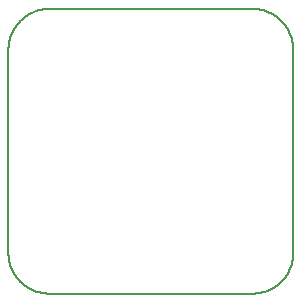
<source format=gm1>
G04 MADE WITH FRITZING*
G04 WWW.FRITZING.ORG*
G04 DOUBLE SIDED*
G04 HOLES PLATED*
G04 CONTOUR ON CENTER OF CONTOUR VECTOR*
%ASAXBY*%
%FSLAX23Y23*%
%MOIN*%
%OFA0B0*%
%SFA1.0B1.0*%
%ADD10C,0.008*%
%LNCONTOUR*%
G90*
G70*
G54D10*
X223Y1047D02*
X224Y1047D01*
X225Y1047D01*
X226Y1047D01*
X227Y1047D01*
X228Y1047D01*
X229Y1047D01*
X230Y1047D01*
X231Y1047D01*
X232Y1047D01*
X233Y1047D01*
X234Y1047D01*
X235Y1047D01*
X236Y1047D01*
X237Y1047D01*
X238Y1047D01*
X239Y1047D01*
X240Y1047D01*
X241Y1047D01*
X242Y1047D01*
X243Y1047D01*
X244Y1047D01*
X245Y1047D01*
X246Y1047D01*
X247Y1047D01*
X248Y1047D01*
X249Y1047D01*
X250Y1047D01*
X251Y1047D01*
X252Y1047D01*
X253Y1047D01*
X254Y1047D01*
X255Y1047D01*
X256Y1047D01*
X257Y1047D01*
X258Y1047D01*
X259Y1047D01*
X260Y1047D01*
X261Y1047D01*
X262Y1047D01*
X263Y1047D01*
X264Y1047D01*
X265Y1047D01*
X266Y1047D01*
X267Y1047D01*
X268Y1047D01*
X269Y1047D01*
X270Y1047D01*
X271Y1047D01*
X272Y1047D01*
X273Y1047D01*
X274Y1047D01*
X275Y1047D01*
X276Y1047D01*
X277Y1047D01*
X278Y1047D01*
X279Y1047D01*
X280Y1047D01*
X281Y1047D01*
X282Y1047D01*
X283Y1047D01*
X284Y1047D01*
X285Y1047D01*
X286Y1047D01*
X287Y1047D01*
X288Y1047D01*
X289Y1047D01*
X290Y1047D01*
X291Y1047D01*
X292Y1047D01*
X293Y1047D01*
X294Y1047D01*
X295Y1047D01*
X296Y1047D01*
X297Y1047D01*
X298Y1047D01*
X299Y1047D01*
X300Y1047D01*
X301Y1047D01*
X302Y1047D01*
X303Y1047D01*
X304Y1047D01*
X305Y1047D01*
X306Y1047D01*
X307Y1047D01*
X308Y1047D01*
X309Y1047D01*
X310Y1047D01*
X311Y1047D01*
X312Y1047D01*
X313Y1047D01*
X314Y1047D01*
X315Y1047D01*
X316Y1047D01*
X317Y1047D01*
X318Y1047D01*
X319Y1047D01*
X320Y1047D01*
X321Y1047D01*
X322Y1047D01*
X323Y1047D01*
X324Y1047D01*
X325Y1047D01*
X326Y1047D01*
X327Y1047D01*
X328Y1047D01*
X329Y1047D01*
X330Y1047D01*
X331Y1047D01*
X332Y1047D01*
X333Y1047D01*
X334Y1047D01*
X335Y1047D01*
X336Y1047D01*
X337Y1047D01*
X338Y1047D01*
X339Y1047D01*
X340Y1047D01*
X341Y1047D01*
X342Y1047D01*
X343Y1047D01*
X344Y1047D01*
X345Y1047D01*
X346Y1047D01*
X347Y1047D01*
X348Y1047D01*
X349Y1047D01*
X350Y1047D01*
X351Y1047D01*
X352Y1047D01*
X353Y1047D01*
X354Y1047D01*
X355Y1047D01*
X356Y1047D01*
X357Y1047D01*
X358Y1047D01*
X359Y1047D01*
X360Y1047D01*
X361Y1047D01*
X362Y1047D01*
X363Y1047D01*
X364Y1047D01*
X365Y1047D01*
X366Y1047D01*
X367Y1047D01*
X368Y1047D01*
X369Y1047D01*
X370Y1047D01*
X371Y1047D01*
X372Y1047D01*
X373Y1047D01*
X374Y1047D01*
X375Y1047D01*
X376Y1047D01*
X377Y1047D01*
X378Y1047D01*
X379Y1047D01*
X380Y1047D01*
X381Y1047D01*
X382Y1047D01*
X383Y1047D01*
X384Y1047D01*
X385Y1047D01*
X386Y1047D01*
X387Y1047D01*
X388Y1047D01*
X389Y1047D01*
X390Y1047D01*
X391Y1047D01*
X392Y1047D01*
X393Y1047D01*
X394Y1047D01*
X395Y1047D01*
X396Y1047D01*
X397Y1047D01*
X398Y1047D01*
X399Y1047D01*
X400Y1047D01*
X401Y1047D01*
X402Y1047D01*
X403Y1047D01*
X404Y1047D01*
X405Y1047D01*
X406Y1047D01*
X407Y1047D01*
X408Y1047D01*
X409Y1047D01*
X410Y1047D01*
X411Y1047D01*
X412Y1047D01*
X413Y1047D01*
X414Y1047D01*
X415Y1047D01*
X416Y1047D01*
X417Y1047D01*
X418Y1047D01*
X419Y1047D01*
X420Y1047D01*
X421Y1047D01*
X422Y1047D01*
X423Y1047D01*
X424Y1047D01*
X425Y1047D01*
X426Y1047D01*
X427Y1047D01*
X428Y1047D01*
X429Y1047D01*
X430Y1047D01*
X431Y1047D01*
X432Y1047D01*
X433Y1047D01*
X434Y1047D01*
X435Y1047D01*
X436Y1047D01*
X437Y1047D01*
X438Y1047D01*
X439Y1047D01*
X440Y1047D01*
X441Y1047D01*
X442Y1047D01*
X443Y1047D01*
X444Y1047D01*
X445Y1047D01*
X446Y1047D01*
X447Y1047D01*
X448Y1047D01*
X449Y1047D01*
X450Y1047D01*
X451Y1047D01*
X452Y1047D01*
X453Y1047D01*
X454Y1047D01*
X455Y1047D01*
X456Y1047D01*
X457Y1047D01*
X458Y1047D01*
X459Y1047D01*
X460Y1047D01*
X461Y1047D01*
X462Y1047D01*
X463Y1047D01*
X464Y1047D01*
X465Y1047D01*
X466Y1047D01*
X467Y1047D01*
X468Y1047D01*
X469Y1047D01*
X470Y1047D01*
X471Y1047D01*
X472Y1047D01*
X473Y1047D01*
X474Y1047D01*
X475Y1047D01*
X476Y1047D01*
X477Y1047D01*
X478Y1047D01*
X479Y1047D01*
X480Y1047D01*
X481Y1047D01*
X482Y1047D01*
X483Y1047D01*
X484Y1047D01*
X485Y1047D01*
X486Y1047D01*
X487Y1047D01*
X488Y1047D01*
X489Y1047D01*
X490Y1047D01*
X491Y1047D01*
X492Y1047D01*
X493Y1047D01*
X494Y1047D01*
X495Y1047D01*
X496Y1047D01*
X497Y1047D01*
X498Y1047D01*
X499Y1047D01*
X500Y1047D01*
X501Y1047D01*
X502Y1047D01*
X503Y1047D01*
X504Y1047D01*
X505Y1047D01*
X506Y1047D01*
X507Y1047D01*
X508Y1047D01*
X509Y1047D01*
X510Y1047D01*
X511Y1047D01*
X512Y1047D01*
X513Y1047D01*
X514Y1047D01*
X515Y1047D01*
X516Y1047D01*
X517Y1047D01*
X518Y1047D01*
X519Y1047D01*
X520Y1047D01*
X521Y1047D01*
X522Y1047D01*
X523Y1047D01*
X524Y1047D01*
X525Y1047D01*
X526Y1047D01*
X527Y1047D01*
X528Y1047D01*
X529Y1047D01*
X530Y1047D01*
X531Y1047D01*
X532Y1047D01*
X533Y1047D01*
X534Y1047D01*
X535Y1047D01*
X536Y1047D01*
X537Y1047D01*
X538Y1047D01*
X539Y1047D01*
X540Y1047D01*
X541Y1047D01*
X542Y1047D01*
X543Y1047D01*
X544Y1047D01*
X545Y1047D01*
X546Y1047D01*
X547Y1047D01*
X548Y1047D01*
X549Y1047D01*
X550Y1047D01*
X551Y1047D01*
X552Y1047D01*
X553Y1047D01*
X554Y1047D01*
X555Y1047D01*
X556Y1047D01*
X557Y1047D01*
X558Y1047D01*
X559Y1047D01*
X560Y1047D01*
X561Y1047D01*
X562Y1047D01*
X563Y1047D01*
X564Y1047D01*
X565Y1047D01*
X566Y1047D01*
X567Y1047D01*
X568Y1047D01*
X569Y1047D01*
X570Y1047D01*
X571Y1047D01*
X572Y1047D01*
X573Y1047D01*
X574Y1047D01*
X575Y1047D01*
X576Y1047D01*
X577Y1047D01*
X578Y1047D01*
X579Y1047D01*
X580Y1047D01*
X581Y1047D01*
X582Y1047D01*
X583Y1047D01*
X584Y1047D01*
X585Y1047D01*
X586Y1047D01*
X587Y1047D01*
X588Y1047D01*
X589Y1047D01*
X590Y1047D01*
X591Y1047D01*
X592Y1047D01*
X593Y1047D01*
X594Y1047D01*
X595Y1047D01*
X596Y1047D01*
X597Y1047D01*
X598Y1047D01*
X599Y1047D01*
X600Y1047D01*
X601Y1047D01*
X602Y1047D01*
X603Y1047D01*
X604Y1047D01*
X605Y1047D01*
X606Y1047D01*
X607Y1047D01*
X608Y1047D01*
X609Y1047D01*
X610Y1047D01*
X611Y1047D01*
X612Y1047D01*
X613Y1047D01*
X614Y1047D01*
X615Y1047D01*
X616Y1047D01*
X617Y1047D01*
X618Y1047D01*
X619Y1047D01*
X620Y1047D01*
X621Y1047D01*
X622Y1047D01*
X623Y1047D01*
X624Y1047D01*
X625Y1047D01*
X626Y1047D01*
X627Y1047D01*
X628Y1047D01*
X629Y1047D01*
X630Y1047D01*
X631Y1047D01*
X632Y1047D01*
X633Y1047D01*
X634Y1047D01*
X635Y1047D01*
X636Y1047D01*
X637Y1047D01*
X638Y1047D01*
X639Y1047D01*
X640Y1047D01*
X641Y1047D01*
X642Y1047D01*
X643Y1047D01*
X644Y1047D01*
X645Y1047D01*
X646Y1047D01*
X647Y1047D01*
X648Y1047D01*
X649Y1047D01*
X650Y1047D01*
X651Y1047D01*
X652Y1047D01*
X653Y1047D01*
X654Y1047D01*
X655Y1047D01*
X656Y1047D01*
X657Y1047D01*
X658Y1047D01*
X659Y1047D01*
X660Y1047D01*
X661Y1047D01*
X662Y1047D01*
X663Y1047D01*
X664Y1047D01*
X665Y1047D01*
X666Y1047D01*
X667Y1047D01*
X668Y1047D01*
X669Y1047D01*
X670Y1047D01*
X671Y1047D01*
X672Y1047D01*
X673Y1047D01*
X674Y1047D01*
X675Y1047D01*
X676Y1047D01*
X677Y1047D01*
X678Y1047D01*
X679Y1047D01*
X680Y1047D01*
X681Y1047D01*
X682Y1047D01*
X683Y1047D01*
X684Y1047D01*
X685Y1047D01*
X686Y1047D01*
X687Y1047D01*
X688Y1047D01*
X689Y1047D01*
X690Y1047D01*
X691Y1047D01*
X692Y1047D01*
X693Y1047D01*
X694Y1047D01*
X695Y1047D01*
X696Y1047D01*
X697Y1047D01*
X698Y1047D01*
X699Y1047D01*
X700Y1047D01*
X701Y1047D01*
X702Y1047D01*
X703Y1047D01*
X704Y1047D01*
X705Y1047D01*
X706Y1047D01*
X707Y1047D01*
X708Y1047D01*
X709Y1047D01*
X710Y1047D01*
X711Y1047D01*
X712Y1047D01*
X713Y1047D01*
X714Y1047D01*
X715Y1047D01*
X716Y1047D01*
X717Y1047D01*
X718Y1047D01*
X719Y1047D01*
X720Y1047D01*
X721Y1047D01*
X722Y1047D01*
X723Y1047D01*
X724Y1047D01*
X725Y1047D01*
X726Y1047D01*
X727Y1047D01*
X728Y1047D01*
X729Y1047D01*
X730Y1047D01*
X731Y1047D01*
X732Y1047D01*
X733Y1047D01*
X734Y1047D01*
X735Y1047D01*
X736Y1047D01*
X737Y1047D01*
X738Y1047D01*
X739Y1047D01*
X740Y1047D01*
X741Y1047D01*
X742Y1047D01*
X743Y1047D01*
X744Y1047D01*
X745Y1047D01*
X746Y1047D01*
X747Y1047D01*
X748Y1047D01*
X749Y1047D01*
X750Y1047D01*
X751Y1047D01*
X752Y1047D01*
X753Y1047D01*
X754Y1047D01*
X755Y1047D01*
X756Y1047D01*
X757Y1047D01*
X758Y1047D01*
X759Y1047D01*
X760Y1047D01*
X761Y1047D01*
X762Y1047D01*
X763Y1047D01*
X764Y1047D01*
X765Y1047D01*
X766Y1047D01*
X767Y1047D01*
X768Y1047D01*
X769Y1047D01*
X770Y1047D01*
X771Y1047D01*
X772Y1047D01*
X773Y1047D01*
X774Y1047D01*
X775Y1047D01*
X776Y1047D01*
X777Y1047D01*
X778Y1047D01*
X779Y1047D01*
X780Y1047D01*
X781Y1047D01*
X782Y1047D01*
X783Y1047D01*
X784Y1047D01*
X785Y1047D01*
X786Y1047D01*
X787Y1047D01*
X788Y1047D01*
X789Y1047D01*
X790Y1047D01*
X791Y1047D01*
X792Y1047D01*
X793Y1047D01*
X794Y1047D01*
X795Y1047D01*
X796Y1047D01*
X797Y1047D01*
X798Y1047D01*
X799Y1047D01*
X800Y1047D01*
X801Y1047D01*
X802Y1047D01*
X803Y1047D01*
X804Y1047D01*
X805Y1047D01*
X806Y1047D01*
X807Y1047D01*
X808Y1047D01*
X809Y1047D01*
X810Y1047D01*
X811Y1047D01*
X812Y1047D01*
X813Y1047D01*
X814Y1047D01*
X815Y1047D01*
X816Y1047D01*
X817Y1047D01*
X818Y1047D01*
X819Y1047D01*
X820Y1047D01*
X821Y1047D01*
X822Y1047D01*
X823Y1047D01*
X824Y1047D01*
X825Y1047D01*
X826Y1047D01*
X827Y1047D01*
X828Y1047D01*
X829Y1047D01*
X830Y1047D01*
X831Y1047D01*
X832Y1047D01*
X833Y1047D01*
X834Y1047D01*
X835Y1047D01*
X836Y1047D01*
X837Y1047D01*
X838Y1047D01*
X839Y1047D01*
X840Y1047D01*
X841Y1047D01*
X842Y1047D01*
X843Y1047D01*
X844Y1047D01*
X845Y1047D01*
X846Y1047D01*
X847Y1047D01*
X848Y1047D01*
X849Y1047D01*
X850Y1047D01*
X851Y1047D01*
X852Y1047D01*
X853Y1047D01*
X854Y1047D01*
X855Y1047D01*
X856Y1047D01*
X857Y1047D01*
X858Y1047D01*
X859Y1047D01*
X860Y1047D01*
X861Y1047D01*
X862Y1047D01*
X863Y1047D01*
X864Y1047D01*
X865Y1047D01*
X866Y1047D01*
X867Y1047D01*
X868Y1047D01*
X869Y1047D01*
X870Y1047D01*
X871Y1047D01*
X872Y1047D01*
X873Y1047D01*
X874Y1047D01*
X875Y1047D01*
X876Y1047D01*
X877Y1047D01*
X878Y1047D01*
X879Y1047D01*
X880Y1047D01*
X881Y1047D01*
X882Y1047D01*
X883Y1047D01*
X884Y1047D01*
X885Y1047D01*
X886Y1047D01*
X887Y1047D01*
X888Y1047D01*
X889Y1047D01*
X890Y1047D01*
X891Y1047D01*
X892Y1047D01*
X893Y1047D01*
X894Y1047D01*
X895Y1047D01*
X896Y1047D01*
X897Y1047D01*
X898Y1047D01*
X899Y1047D01*
X900Y1047D01*
X901Y1047D01*
X902Y1047D01*
X903Y1047D01*
X904Y1047D01*
X905Y1047D01*
X906Y1047D01*
X907Y1047D01*
X908Y1047D01*
X909Y1047D01*
X910Y1047D01*
X911Y1047D01*
X912Y1047D01*
X913Y1047D01*
X914Y1047D01*
X915Y1047D01*
X916Y1047D01*
X917Y1047D01*
X918Y1046D01*
X919Y1046D01*
X920Y1046D01*
X921Y1046D01*
X922Y1046D01*
X923Y1046D01*
X924Y1046D01*
X925Y1046D01*
X926Y1046D01*
X927Y1046D01*
X928Y1045D01*
X929Y1045D01*
X930Y1045D01*
X931Y1045D01*
X932Y1045D01*
X933Y1045D01*
X934Y1044D01*
X935Y1044D01*
X936Y1044D01*
X937Y1044D01*
X938Y1044D01*
X939Y1043D01*
X940Y1043D01*
X941Y1043D01*
X942Y1043D01*
X943Y1042D01*
X944Y1042D01*
X945Y1042D01*
X946Y1041D01*
X947Y1041D01*
X948Y1041D01*
X949Y1041D01*
X950Y1040D01*
X951Y1040D01*
X952Y1040D01*
X953Y1039D01*
X954Y1039D01*
X955Y1039D01*
X956Y1038D01*
X957Y1038D01*
X958Y1037D01*
X959Y1037D01*
X960Y1037D01*
X961Y1036D01*
X962Y1036D01*
X963Y1035D01*
X964Y1035D01*
X965Y1034D01*
X966Y1034D01*
X967Y1033D01*
X968Y1033D01*
X969Y1032D01*
X970Y1032D01*
X971Y1031D01*
X972Y1031D01*
X973Y1030D01*
X974Y1030D01*
X975Y1029D01*
X976Y1029D01*
X977Y1028D01*
X978Y1028D01*
X979Y1027D01*
X980Y1026D01*
X981Y1026D01*
X982Y1025D01*
X983Y1024D01*
X984Y1024D01*
X985Y1023D01*
X986Y1022D01*
X987Y1022D01*
X988Y1021D01*
X989Y1020D01*
X990Y1020D01*
X991Y1019D01*
X992Y1018D01*
X993Y1017D01*
X994Y1016D01*
X995Y1016D01*
X996Y1015D01*
X997Y1014D01*
X998Y1013D01*
X999Y1012D01*
X1000Y1011D01*
X1001Y1010D01*
X1002Y1009D01*
X1003Y1008D01*
X1004Y1008D01*
X1005Y1007D01*
X1006Y1006D01*
X1006Y1005D01*
X1007Y1004D01*
X1008Y1003D01*
X1009Y1002D01*
X1010Y1001D01*
X1011Y1000D01*
X1012Y999D01*
X1013Y998D01*
X1014Y997D01*
X1014Y996D01*
X1015Y995D01*
X1016Y994D01*
X1017Y993D01*
X1018Y992D01*
X1018Y991D01*
X1019Y990D01*
X1020Y989D01*
X1020Y988D01*
X1021Y987D01*
X1022Y986D01*
X1022Y985D01*
X1023Y984D01*
X1024Y983D01*
X1024Y982D01*
X1025Y981D01*
X1026Y980D01*
X1026Y979D01*
X1027Y978D01*
X1027Y977D01*
X1028Y976D01*
X1028Y975D01*
X1029Y974D01*
X1029Y973D01*
X1030Y972D01*
X1030Y971D01*
X1031Y970D01*
X1031Y969D01*
X1032Y968D01*
X1032Y967D01*
X1033Y966D01*
X1033Y965D01*
X1034Y964D01*
X1034Y963D01*
X1035Y962D01*
X1035Y960D01*
X1036Y959D01*
X1036Y958D01*
X1037Y957D01*
X1037Y955D01*
X1038Y954D01*
X1038Y952D01*
X1039Y951D01*
X1039Y948D01*
X1040Y947D01*
X1040Y945D01*
X1041Y944D01*
X1041Y940D01*
X1042Y939D01*
X1042Y936D01*
X1043Y935D01*
X1043Y930D01*
X1044Y929D01*
X1044Y920D01*
X1045Y919D01*
X1045Y225D01*
X1044Y224D01*
X1044Y215D01*
X1043Y214D01*
X1043Y209D01*
X1042Y208D01*
X1042Y205D01*
X1041Y204D01*
X1041Y200D01*
X1040Y199D01*
X1040Y197D01*
X1039Y196D01*
X1039Y193D01*
X1038Y192D01*
X1038Y190D01*
X1037Y189D01*
X1037Y187D01*
X1036Y186D01*
X1036Y185D01*
X1035Y184D01*
X1035Y182D01*
X1034Y181D01*
X1034Y180D01*
X1033Y179D01*
X1033Y178D01*
X1032Y177D01*
X1032Y176D01*
X1031Y175D01*
X1031Y174D01*
X1030Y173D01*
X1030Y172D01*
X1029Y171D01*
X1029Y170D01*
X1028Y169D01*
X1028Y168D01*
X1027Y167D01*
X1027Y166D01*
X1026Y165D01*
X1026Y164D01*
X1025Y163D01*
X1024Y162D01*
X1024Y161D01*
X1023Y160D01*
X1022Y159D01*
X1022Y158D01*
X1021Y157D01*
X1020Y156D01*
X1020Y155D01*
X1019Y154D01*
X1018Y153D01*
X1018Y152D01*
X1017Y151D01*
X1016Y150D01*
X1015Y149D01*
X1014Y148D01*
X1014Y147D01*
X1013Y146D01*
X1012Y145D01*
X1011Y144D01*
X1010Y143D01*
X1009Y142D01*
X1008Y141D01*
X1007Y140D01*
X1006Y139D01*
X1006Y138D01*
X1005Y137D01*
X1004Y136D01*
X1003Y136D01*
X1002Y135D01*
X1001Y134D01*
X1000Y133D01*
X999Y132D01*
X998Y131D01*
X997Y130D01*
X996Y129D01*
X995Y128D01*
X994Y128D01*
X993Y127D01*
X992Y126D01*
X991Y125D01*
X990Y124D01*
X989Y124D01*
X988Y123D01*
X987Y122D01*
X986Y122D01*
X985Y121D01*
X984Y120D01*
X983Y120D01*
X982Y119D01*
X981Y118D01*
X980Y118D01*
X979Y117D01*
X978Y116D01*
X977Y116D01*
X976Y115D01*
X975Y115D01*
X974Y114D01*
X973Y114D01*
X972Y113D01*
X971Y113D01*
X970Y112D01*
X969Y112D01*
X968Y111D01*
X967Y111D01*
X966Y110D01*
X965Y110D01*
X964Y109D01*
X963Y109D01*
X962Y108D01*
X961Y108D01*
X960Y107D01*
X959Y107D01*
X958Y107D01*
X957Y106D01*
X956Y106D01*
X955Y105D01*
X954Y105D01*
X953Y105D01*
X952Y104D01*
X951Y104D01*
X950Y104D01*
X949Y103D01*
X948Y103D01*
X947Y103D01*
X946Y103D01*
X945Y102D01*
X944Y102D01*
X943Y102D01*
X942Y101D01*
X941Y101D01*
X940Y101D01*
X939Y101D01*
X938Y101D01*
X937Y100D01*
X936Y100D01*
X935Y100D01*
X934Y100D01*
X933Y99D01*
X932Y99D01*
X931Y99D01*
X930Y99D01*
X929Y99D01*
X928Y99D01*
X927Y98D01*
X926Y98D01*
X925Y98D01*
X924Y98D01*
X923Y98D01*
X922Y98D01*
X921Y98D01*
X920Y98D01*
X919Y98D01*
X918Y98D01*
X917Y97D01*
X916Y97D01*
X915Y97D01*
X914Y97D01*
X913Y97D01*
X912Y97D01*
X911Y97D01*
X910Y97D01*
X909Y97D01*
X908Y97D01*
X907Y97D01*
X906Y97D01*
X905Y97D01*
X904Y97D01*
X903Y97D01*
X902Y97D01*
X901Y97D01*
X900Y97D01*
X899Y97D01*
X898Y97D01*
X897Y97D01*
X896Y97D01*
X895Y97D01*
X894Y97D01*
X893Y97D01*
X892Y97D01*
X891Y97D01*
X890Y97D01*
X889Y97D01*
X888Y97D01*
X887Y97D01*
X886Y97D01*
X885Y97D01*
X884Y97D01*
X883Y97D01*
X882Y97D01*
X881Y97D01*
X880Y97D01*
X879Y97D01*
X878Y97D01*
X877Y97D01*
X876Y97D01*
X875Y97D01*
X874Y97D01*
X873Y97D01*
X872Y97D01*
X871Y97D01*
X870Y97D01*
X869Y97D01*
X868Y97D01*
X867Y97D01*
X866Y97D01*
X865Y97D01*
X864Y97D01*
X863Y97D01*
X862Y97D01*
X861Y97D01*
X860Y97D01*
X859Y97D01*
X858Y97D01*
X857Y97D01*
X856Y97D01*
X855Y97D01*
X854Y97D01*
X853Y97D01*
X852Y97D01*
X851Y97D01*
X850Y97D01*
X849Y97D01*
X848Y97D01*
X847Y97D01*
X846Y97D01*
X845Y97D01*
X844Y97D01*
X843Y97D01*
X842Y97D01*
X841Y97D01*
X840Y97D01*
X839Y97D01*
X838Y97D01*
X837Y97D01*
X836Y97D01*
X835Y97D01*
X834Y97D01*
X833Y97D01*
X832Y97D01*
X831Y97D01*
X830Y97D01*
X829Y97D01*
X828Y97D01*
X827Y97D01*
X826Y97D01*
X825Y97D01*
X824Y97D01*
X823Y97D01*
X822Y97D01*
X821Y97D01*
X820Y97D01*
X819Y97D01*
X818Y97D01*
X817Y97D01*
X816Y97D01*
X815Y97D01*
X814Y97D01*
X813Y97D01*
X812Y97D01*
X811Y97D01*
X810Y97D01*
X809Y97D01*
X808Y97D01*
X807Y97D01*
X806Y97D01*
X805Y97D01*
X804Y97D01*
X803Y97D01*
X802Y97D01*
X801Y97D01*
X800Y97D01*
X799Y97D01*
X798Y97D01*
X797Y97D01*
X796Y97D01*
X795Y97D01*
X794Y97D01*
X793Y97D01*
X792Y97D01*
X791Y97D01*
X790Y97D01*
X789Y97D01*
X788Y97D01*
X787Y97D01*
X786Y97D01*
X785Y97D01*
X784Y97D01*
X783Y97D01*
X782Y97D01*
X781Y97D01*
X780Y97D01*
X779Y97D01*
X778Y97D01*
X777Y97D01*
X776Y97D01*
X775Y97D01*
X774Y97D01*
X773Y97D01*
X772Y97D01*
X771Y97D01*
X770Y97D01*
X769Y97D01*
X768Y97D01*
X767Y97D01*
X766Y97D01*
X765Y97D01*
X764Y97D01*
X763Y97D01*
X762Y97D01*
X761Y97D01*
X760Y97D01*
X759Y97D01*
X758Y97D01*
X757Y97D01*
X756Y97D01*
X755Y97D01*
X754Y97D01*
X753Y97D01*
X752Y97D01*
X751Y97D01*
X750Y97D01*
X749Y97D01*
X748Y97D01*
X747Y97D01*
X746Y97D01*
X745Y97D01*
X744Y97D01*
X743Y97D01*
X742Y97D01*
X741Y97D01*
X740Y97D01*
X739Y97D01*
X738Y97D01*
X737Y97D01*
X736Y97D01*
X735Y97D01*
X734Y97D01*
X733Y97D01*
X732Y97D01*
X731Y97D01*
X730Y97D01*
X729Y97D01*
X728Y97D01*
X727Y97D01*
X726Y97D01*
X725Y97D01*
X724Y97D01*
X723Y97D01*
X722Y97D01*
X721Y97D01*
X720Y97D01*
X719Y97D01*
X718Y97D01*
X717Y97D01*
X716Y97D01*
X715Y97D01*
X714Y97D01*
X713Y97D01*
X712Y97D01*
X711Y97D01*
X710Y97D01*
X709Y97D01*
X708Y97D01*
X707Y97D01*
X706Y97D01*
X705Y97D01*
X704Y97D01*
X703Y97D01*
X702Y97D01*
X701Y97D01*
X700Y97D01*
X699Y97D01*
X698Y97D01*
X697Y97D01*
X696Y97D01*
X695Y97D01*
X694Y97D01*
X693Y97D01*
X692Y97D01*
X691Y97D01*
X690Y97D01*
X689Y97D01*
X688Y97D01*
X687Y97D01*
X686Y97D01*
X685Y97D01*
X684Y97D01*
X683Y97D01*
X682Y97D01*
X681Y97D01*
X680Y97D01*
X679Y97D01*
X678Y97D01*
X677Y97D01*
X676Y97D01*
X675Y97D01*
X674Y97D01*
X673Y97D01*
X672Y97D01*
X671Y97D01*
X670Y97D01*
X669Y97D01*
X668Y97D01*
X667Y97D01*
X666Y97D01*
X665Y97D01*
X664Y97D01*
X663Y97D01*
X662Y97D01*
X661Y97D01*
X660Y97D01*
X659Y97D01*
X658Y97D01*
X657Y97D01*
X656Y97D01*
X655Y97D01*
X654Y97D01*
X653Y97D01*
X652Y97D01*
X651Y97D01*
X650Y97D01*
X649Y97D01*
X648Y97D01*
X647Y97D01*
X646Y97D01*
X645Y97D01*
X644Y97D01*
X643Y97D01*
X642Y97D01*
X641Y97D01*
X640Y97D01*
X639Y97D01*
X638Y97D01*
X637Y97D01*
X636Y97D01*
X635Y97D01*
X634Y97D01*
X633Y97D01*
X632Y97D01*
X631Y97D01*
X630Y97D01*
X629Y97D01*
X628Y97D01*
X627Y97D01*
X626Y97D01*
X625Y97D01*
X624Y97D01*
X623Y97D01*
X622Y97D01*
X621Y97D01*
X620Y97D01*
X619Y97D01*
X618Y97D01*
X617Y97D01*
X616Y97D01*
X615Y97D01*
X614Y97D01*
X613Y97D01*
X612Y97D01*
X611Y97D01*
X610Y97D01*
X609Y97D01*
X608Y97D01*
X607Y97D01*
X606Y97D01*
X605Y97D01*
X604Y97D01*
X603Y97D01*
X602Y97D01*
X601Y97D01*
X600Y97D01*
X599Y97D01*
X598Y97D01*
X597Y97D01*
X596Y97D01*
X595Y97D01*
X594Y97D01*
X593Y97D01*
X592Y97D01*
X591Y97D01*
X590Y97D01*
X589Y97D01*
X588Y97D01*
X587Y97D01*
X586Y97D01*
X585Y97D01*
X584Y97D01*
X583Y97D01*
X582Y97D01*
X581Y97D01*
X580Y97D01*
X579Y97D01*
X578Y97D01*
X577Y97D01*
X576Y97D01*
X575Y97D01*
X574Y97D01*
X573Y97D01*
X572Y97D01*
X571Y97D01*
X570Y97D01*
X569Y97D01*
X568Y97D01*
X567Y97D01*
X566Y97D01*
X565Y97D01*
X564Y97D01*
X563Y97D01*
X562Y97D01*
X561Y97D01*
X560Y97D01*
X559Y97D01*
X558Y97D01*
X557Y97D01*
X556Y97D01*
X555Y97D01*
X554Y97D01*
X553Y97D01*
X552Y97D01*
X551Y97D01*
X550Y97D01*
X549Y97D01*
X548Y97D01*
X547Y97D01*
X546Y97D01*
X545Y97D01*
X544Y97D01*
X543Y97D01*
X542Y97D01*
X541Y97D01*
X540Y97D01*
X539Y97D01*
X538Y97D01*
X537Y97D01*
X536Y97D01*
X535Y97D01*
X534Y97D01*
X533Y97D01*
X532Y97D01*
X531Y97D01*
X530Y97D01*
X529Y97D01*
X528Y97D01*
X527Y97D01*
X526Y97D01*
X525Y97D01*
X524Y97D01*
X523Y97D01*
X522Y97D01*
X521Y97D01*
X520Y97D01*
X519Y97D01*
X518Y97D01*
X517Y97D01*
X516Y97D01*
X515Y97D01*
X514Y97D01*
X513Y97D01*
X512Y97D01*
X511Y97D01*
X510Y97D01*
X509Y97D01*
X508Y97D01*
X507Y97D01*
X506Y97D01*
X505Y97D01*
X504Y97D01*
X503Y97D01*
X502Y97D01*
X501Y97D01*
X500Y97D01*
X499Y97D01*
X498Y97D01*
X497Y97D01*
X496Y97D01*
X495Y97D01*
X494Y97D01*
X493Y97D01*
X492Y97D01*
X491Y97D01*
X490Y97D01*
X489Y97D01*
X488Y97D01*
X487Y97D01*
X486Y97D01*
X485Y97D01*
X484Y97D01*
X483Y97D01*
X482Y97D01*
X481Y97D01*
X480Y97D01*
X479Y97D01*
X478Y97D01*
X477Y97D01*
X476Y97D01*
X475Y97D01*
X474Y97D01*
X473Y97D01*
X472Y97D01*
X471Y97D01*
X470Y97D01*
X469Y97D01*
X468Y97D01*
X467Y97D01*
X466Y97D01*
X465Y97D01*
X464Y97D01*
X463Y97D01*
X462Y97D01*
X461Y97D01*
X460Y97D01*
X459Y97D01*
X458Y97D01*
X457Y97D01*
X456Y97D01*
X455Y97D01*
X454Y97D01*
X453Y97D01*
X452Y97D01*
X451Y97D01*
X450Y97D01*
X449Y97D01*
X448Y97D01*
X447Y97D01*
X446Y97D01*
X445Y97D01*
X444Y97D01*
X443Y97D01*
X442Y97D01*
X441Y97D01*
X440Y97D01*
X439Y97D01*
X438Y97D01*
X437Y97D01*
X436Y97D01*
X435Y97D01*
X434Y97D01*
X433Y97D01*
X432Y97D01*
X431Y97D01*
X430Y97D01*
X429Y97D01*
X428Y97D01*
X427Y97D01*
X426Y97D01*
X425Y97D01*
X424Y97D01*
X423Y97D01*
X422Y97D01*
X421Y97D01*
X420Y97D01*
X419Y97D01*
X418Y97D01*
X417Y97D01*
X416Y97D01*
X415Y97D01*
X414Y97D01*
X413Y97D01*
X412Y97D01*
X411Y97D01*
X410Y97D01*
X409Y97D01*
X408Y97D01*
X407Y97D01*
X406Y97D01*
X405Y97D01*
X404Y97D01*
X403Y97D01*
X402Y97D01*
X401Y97D01*
X400Y97D01*
X399Y97D01*
X398Y97D01*
X397Y97D01*
X396Y97D01*
X395Y97D01*
X394Y97D01*
X393Y97D01*
X392Y97D01*
X391Y97D01*
X390Y97D01*
X389Y97D01*
X388Y97D01*
X387Y97D01*
X386Y97D01*
X385Y97D01*
X384Y97D01*
X383Y97D01*
X382Y97D01*
X381Y97D01*
X380Y97D01*
X379Y97D01*
X378Y97D01*
X377Y97D01*
X376Y97D01*
X375Y97D01*
X374Y97D01*
X373Y97D01*
X372Y97D01*
X371Y97D01*
X370Y97D01*
X369Y97D01*
X368Y97D01*
X367Y97D01*
X366Y97D01*
X365Y97D01*
X364Y97D01*
X363Y97D01*
X362Y97D01*
X361Y97D01*
X360Y97D01*
X359Y97D01*
X358Y97D01*
X357Y97D01*
X356Y97D01*
X355Y97D01*
X354Y97D01*
X353Y97D01*
X352Y97D01*
X351Y97D01*
X350Y97D01*
X349Y97D01*
X348Y97D01*
X347Y97D01*
X346Y97D01*
X345Y97D01*
X344Y97D01*
X343Y97D01*
X342Y97D01*
X341Y97D01*
X340Y97D01*
X339Y97D01*
X338Y97D01*
X337Y97D01*
X336Y97D01*
X335Y97D01*
X334Y97D01*
X333Y97D01*
X332Y97D01*
X331Y97D01*
X330Y97D01*
X329Y97D01*
X328Y97D01*
X327Y97D01*
X326Y97D01*
X325Y97D01*
X324Y97D01*
X323Y97D01*
X322Y97D01*
X321Y97D01*
X320Y97D01*
X319Y97D01*
X318Y97D01*
X317Y97D01*
X316Y97D01*
X315Y97D01*
X314Y97D01*
X313Y97D01*
X312Y97D01*
X311Y97D01*
X310Y97D01*
X309Y97D01*
X308Y97D01*
X307Y97D01*
X306Y97D01*
X305Y97D01*
X304Y97D01*
X303Y97D01*
X302Y97D01*
X301Y97D01*
X300Y97D01*
X299Y97D01*
X298Y97D01*
X297Y97D01*
X296Y97D01*
X295Y97D01*
X294Y97D01*
X293Y97D01*
X292Y97D01*
X291Y97D01*
X290Y97D01*
X289Y97D01*
X288Y97D01*
X287Y97D01*
X286Y97D01*
X285Y97D01*
X284Y97D01*
X283Y97D01*
X282Y97D01*
X281Y97D01*
X280Y97D01*
X279Y97D01*
X278Y97D01*
X277Y97D01*
X276Y97D01*
X275Y97D01*
X274Y97D01*
X273Y97D01*
X272Y97D01*
X271Y97D01*
X270Y97D01*
X269Y97D01*
X268Y97D01*
X267Y97D01*
X266Y97D01*
X265Y97D01*
X264Y97D01*
X263Y97D01*
X262Y97D01*
X261Y97D01*
X260Y97D01*
X259Y97D01*
X258Y97D01*
X257Y97D01*
X256Y97D01*
X255Y97D01*
X254Y97D01*
X253Y97D01*
X252Y97D01*
X251Y97D01*
X250Y97D01*
X249Y97D01*
X248Y97D01*
X247Y97D01*
X246Y97D01*
X245Y97D01*
X244Y97D01*
X243Y97D01*
X242Y97D01*
X241Y97D01*
X240Y97D01*
X239Y97D01*
X238Y97D01*
X237Y97D01*
X236Y97D01*
X235Y97D01*
X234Y97D01*
X233Y97D01*
X232Y97D01*
X231Y97D01*
X230Y97D01*
X229Y97D01*
X228Y97D01*
X227Y97D01*
X226Y97D01*
X225Y97D01*
X224Y97D01*
X223Y97D01*
X222Y98D01*
X221Y98D01*
X220Y98D01*
X219Y98D01*
X218Y98D01*
X217Y98D01*
X216Y98D01*
X215Y98D01*
X214Y98D01*
X213Y98D01*
X212Y99D01*
X211Y99D01*
X210Y99D01*
X209Y99D01*
X208Y99D01*
X207Y99D01*
X206Y100D01*
X205Y100D01*
X204Y100D01*
X203Y100D01*
X202Y101D01*
X201Y101D01*
X200Y101D01*
X199Y101D01*
X198Y101D01*
X197Y102D01*
X196Y102D01*
X195Y102D01*
X194Y103D01*
X193Y103D01*
X192Y103D01*
X191Y103D01*
X190Y104D01*
X189Y104D01*
X188Y104D01*
X187Y105D01*
X186Y105D01*
X185Y105D01*
X184Y106D01*
X183Y106D01*
X182Y107D01*
X181Y107D01*
X180Y107D01*
X179Y108D01*
X178Y108D01*
X177Y109D01*
X176Y109D01*
X175Y110D01*
X174Y110D01*
X173Y111D01*
X172Y111D01*
X171Y112D01*
X170Y112D01*
X169Y113D01*
X168Y113D01*
X167Y114D01*
X166Y114D01*
X165Y115D01*
X164Y115D01*
X163Y116D01*
X162Y116D01*
X161Y117D01*
X160Y118D01*
X159Y118D01*
X158Y119D01*
X157Y120D01*
X156Y120D01*
X155Y121D01*
X154Y122D01*
X153Y122D01*
X152Y123D01*
X151Y124D01*
X150Y124D01*
X149Y125D01*
X148Y126D01*
X147Y127D01*
X146Y128D01*
X145Y128D01*
X144Y129D01*
X143Y130D01*
X142Y131D01*
X141Y132D01*
X140Y133D01*
X139Y134D01*
X138Y135D01*
X137Y136D01*
X136Y136D01*
X135Y137D01*
X134Y138D01*
X134Y139D01*
X133Y140D01*
X132Y141D01*
X131Y142D01*
X130Y143D01*
X129Y144D01*
X128Y145D01*
X127Y146D01*
X126Y147D01*
X126Y148D01*
X125Y149D01*
X124Y150D01*
X123Y151D01*
X122Y152D01*
X122Y153D01*
X121Y154D01*
X120Y155D01*
X120Y156D01*
X119Y157D01*
X118Y158D01*
X118Y159D01*
X117Y160D01*
X116Y161D01*
X116Y162D01*
X115Y163D01*
X114Y164D01*
X114Y165D01*
X113Y166D01*
X113Y167D01*
X112Y168D01*
X112Y169D01*
X111Y170D01*
X111Y171D01*
X110Y172D01*
X110Y173D01*
X109Y174D01*
X109Y175D01*
X108Y176D01*
X108Y177D01*
X107Y178D01*
X107Y179D01*
X106Y180D01*
X106Y181D01*
X105Y182D01*
X105Y184D01*
X104Y185D01*
X104Y186D01*
X103Y187D01*
X103Y189D01*
X102Y190D01*
X102Y192D01*
X101Y193D01*
X101Y196D01*
X100Y197D01*
X100Y199D01*
X99Y200D01*
X99Y203D01*
X98Y204D01*
X98Y208D01*
X97Y209D01*
X97Y214D01*
X96Y215D01*
X96Y224D01*
X95Y225D01*
X95Y919D01*
X96Y920D01*
X96Y929D01*
X97Y930D01*
X97Y935D01*
X98Y936D01*
X98Y940D01*
X99Y941D01*
X99Y944D01*
X100Y945D01*
X100Y947D01*
X101Y948D01*
X101Y951D01*
X102Y952D01*
X102Y954D01*
X103Y955D01*
X103Y957D01*
X104Y958D01*
X104Y959D01*
X105Y960D01*
X105Y962D01*
X106Y963D01*
X106Y964D01*
X107Y965D01*
X107Y966D01*
X108Y967D01*
X108Y968D01*
X109Y969D01*
X109Y970D01*
X110Y971D01*
X110Y972D01*
X111Y973D01*
X111Y974D01*
X112Y975D01*
X112Y976D01*
X113Y977D01*
X113Y978D01*
X114Y979D01*
X114Y980D01*
X115Y981D01*
X116Y982D01*
X116Y983D01*
X117Y984D01*
X118Y985D01*
X118Y986D01*
X119Y987D01*
X120Y988D01*
X120Y989D01*
X121Y990D01*
X122Y991D01*
X122Y992D01*
X123Y993D01*
X124Y994D01*
X125Y995D01*
X126Y996D01*
X126Y997D01*
X127Y998D01*
X128Y999D01*
X129Y1000D01*
X130Y1001D01*
X131Y1002D01*
X132Y1003D01*
X133Y1004D01*
X134Y1005D01*
X134Y1006D01*
X135Y1007D01*
X136Y1008D01*
X137Y1008D01*
X138Y1009D01*
X139Y1010D01*
X140Y1011D01*
X141Y1012D01*
X142Y1013D01*
X143Y1014D01*
X144Y1015D01*
X145Y1016D01*
X146Y1016D01*
X147Y1017D01*
X148Y1018D01*
X149Y1019D01*
X150Y1020D01*
X151Y1020D01*
X152Y1021D01*
X153Y1022D01*
X154Y1022D01*
X155Y1023D01*
X156Y1024D01*
X157Y1024D01*
X158Y1025D01*
X159Y1026D01*
X160Y1026D01*
X161Y1027D01*
X162Y1028D01*
X163Y1028D01*
X164Y1029D01*
X165Y1029D01*
X166Y1030D01*
X167Y1030D01*
X168Y1031D01*
X169Y1031D01*
X170Y1032D01*
X171Y1032D01*
X172Y1033D01*
X173Y1033D01*
X174Y1034D01*
X175Y1034D01*
X176Y1035D01*
X177Y1035D01*
X178Y1036D01*
X179Y1036D01*
X180Y1037D01*
X181Y1037D01*
X182Y1037D01*
X183Y1038D01*
X184Y1038D01*
X185Y1039D01*
X186Y1039D01*
X187Y1039D01*
X188Y1040D01*
X189Y1040D01*
X190Y1040D01*
X191Y1041D01*
X192Y1041D01*
X193Y1041D01*
X194Y1041D01*
X195Y1042D01*
X196Y1042D01*
X197Y1042D01*
X198Y1043D01*
X199Y1043D01*
X200Y1043D01*
X201Y1043D01*
X202Y1044D01*
X203Y1044D01*
X204Y1044D01*
X205Y1044D01*
X206Y1044D01*
X207Y1045D01*
X208Y1045D01*
X209Y1045D01*
X210Y1045D01*
X211Y1045D01*
X212Y1045D01*
X213Y1046D01*
X214Y1046D01*
X215Y1046D01*
X216Y1046D01*
X217Y1046D01*
X218Y1046D01*
X219Y1046D01*
X220Y1046D01*
X221Y1046D01*
X222Y1046D01*
X223Y1047D01*
D02*
G04 End of contour*
M02*
</source>
